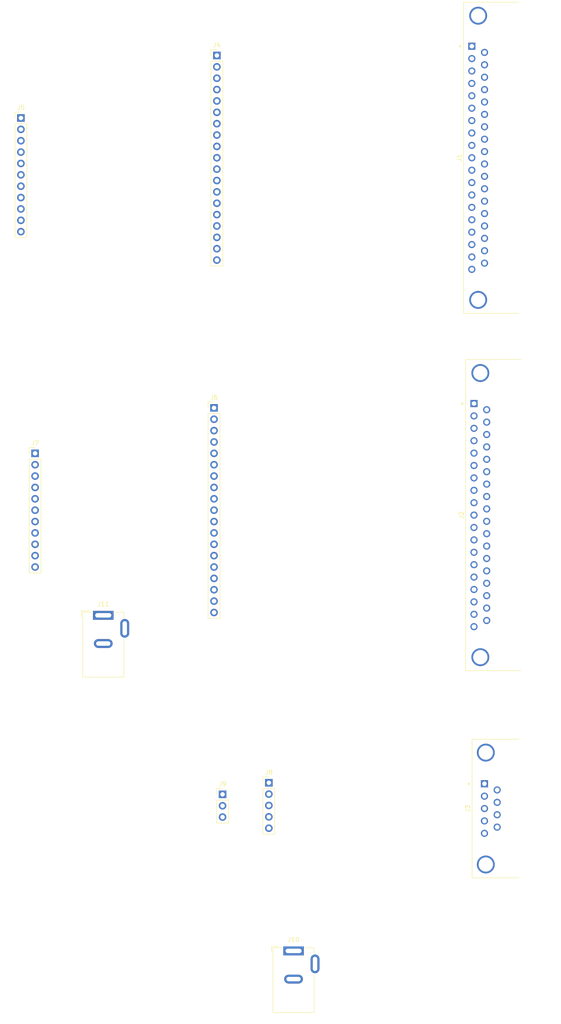
<source format=kicad_pcb>
(kicad_pcb (version 20221018) (generator pcbnew)
  (title_block (date "2023-07-05") (rev "v1.0.0"))
  (layers (0 "F.Cu" signal) (31 "B.Cu" signal) (34 "B.Paste" user) (35 "F.Paste" user) (36 "B.SilkS" user "B.Silkscreen") (37 "F.SilkS" user "F.Silkscreen") (38 "B.Mask" user) (39 "F.Mask" user) (44 "Edge.Cuts" user))
  (net 0 "")
  (net 2 "Net-(J4-Pin_1)")
  (net 3 "Net-(J4-Pin_2)")
  (net 4 "Net-(J4-Pin_3)")
  (net 5 "Net-(J4-Pin_4)")
  (net 6 "Net-(J4-Pin_5)")
  (net 7 "Net-(J4-Pin_6)")
  (net 8 "Net-(J4-Pin_7)")
  (net 9 "Net-(J4-Pin_8)")
  (net 10 "Net-(J4-Pin_9)")
  (net 11 "Net-(J4-Pin_10)")
  (net 12 "Net-(J4-Pin_11)")
  (net 13 "Net-(J4-Pin_12)")
  (net 14 "Net-(J4-Pin_13)")
  (net 15 "Net-(J4-Pin_14)")
  (net 16 "Net-(J4-Pin_15)")
  (net 17 "Net-(J4-Pin_16)")
  (net 18 "Net-(J4-Pin_17)")
  (net 19 "Net-(J4-Pin_18)")
  (net 20 "Net-(J4-Pin_19)")
  (net 21 "Net-(J5-Pin_1)")
  (net 22 "Net-(J5-Pin_2)")
  (net 23 "Net-(J5-Pin_3)")
  (net 24 "Net-(J5-Pin_4)")
  (net 25 "Net-(J5-Pin_5)")
  (net 26 "Net-(J5-Pin_6)")
  (net 27 "Net-(J5-Pin_7)")
  (net 28 "Net-(J5-Pin_8)")
  (net 29 "Net-(J5-Pin_9)")
  (net 30 "Net-(J5-Pin_10)")
  (net 31 "Net-(J5-Pin_11)")
  (net 40 "Net-(J6-Pin_1)")
  (net 41 "Net-(J6-Pin_2)")
  (net 42 "Net-(J6-Pin_3)")
  (net 43 "Net-(J6-Pin_4)")
  (net 44 "Net-(J6-Pin_5)")
  (net 45 "Net-(J6-Pin_6)")
  (net 46 "Net-(J6-Pin_7)")
  (net 47 "Net-(J6-Pin_8)")
  (net 48 "Net-(J6-Pin_9)")
  (net 49 "Net-(J6-Pin_10)")
  (net 50 "Net-(J6-Pin_11)")
  (net 51 "Net-(J6-Pin_12)")
  (net 52 "Net-(J6-Pin_13)")
  (net 53 "Net-(J6-Pin_14)")
  (net 54 "Net-(J6-Pin_15)")
  (net 55 "Net-(J6-Pin_16)")
  (net 56 "Net-(J6-Pin_17)")
  (net 57 "Net-(J6-Pin_18)")
  (net 58 "Net-(J6-Pin_19)")
  (net 59 "Net-(J7-Pin_1)")
  (net 60 "Net-(J7-Pin_2)")
  (net 61 "Net-(J7-Pin_3)")
  (net 62 "Net-(J7-Pin_4)")
  (net 63 "Net-(J7-Pin_5)")
  (net 64 "Net-(J7-Pin_6)")
  (net 65 "Net-(J7-Pin_7)")
  (net 66 "Net-(J7-Pin_8)")
  (net 67 "Net-(J7-Pin_9)")
  (net 68 "Net-(J7-Pin_10)")
  (net 69 "Net-(J7-Pin_11)")
  (net 78 "Net-(J8-Pin_1)")
  (net 79 "Net-(J8-Pin_2)")
  (net 80 "Net-(J8-Pin_3)")
  (net 81 "Net-(J8-Pin_4)")
  (net 82 "Net-(J8-Pin_5)")
  (net 83 "Net-(J9-Pin_2)")
  (footprint "Connector_Dsub:DSUB-9_Female_Horizontal_P2.77x2.84mm_EdgePinOffset4.94mm_Housed_MountingHolesOffset7.48mm" (layer "F.Cu") (at 214.129669 206.54 90)
    (fp_text reference "J3" (at -5.54 -3.7 90) (layer "F.SilkS"))
    (fp_text value "DE9_Receptacle_MountingHoles")
    (fp_line (start -21.025 -2.76) (end 9.945 -2.76) (stroke (width 0.12)) (layer "F.SilkS"))
    (fp_line (start -21.025 7.72) (end -21.025 -2.76) (stroke (width 0.12)) (layer "F.SilkS"))
    (fp_line (start -0.25 -3.654338) (end 0.25 -3.654338) (stroke (width 0.12)) (layer "F.SilkS"))
    (fp_line (start 0 -3.221325) (end -0.25 -3.654338) (stroke (width 0.12)) (layer "F.SilkS"))
    (fp_line (start 0.25 -3.654338) (end 0 -3.221325) (stroke (width 0.12)) (layer "F.SilkS"))
    (fp_line (start 9.945 -2.76) (end 9.945 7.72) (stroke (width 0.12)) (layer "F.SilkS"))
    (pad "0" thru_hole circle (at -18.04 0.3 90) (size 4 4) (drill 3.2) (layers "*.Cu" "*.Mask"))
    (pad "0" thru_hole circle (at 6.96 0.3 90) (size 4 4) (drill 3.2) (layers "*.Cu" "*.Mask"))
    (pad "1" thru_hole rect (at 0 0 90) (size 1.6 1.6) (drill 1) (layers "*.Cu" "*.Mask") (net 78 "Net-(J8-Pin_1)"))
    (pad "2" thru_hole circle (at -2.77 0 90) (size 1.6 1.6) (drill 1) (layers "*.Cu" "*.Mask") (net 79 "Net-(J8-Pin_2)"))
    (pad "3" thru_hole circle (at -5.54 0 90) (size 1.6 1.6) (drill 1) (layers "*.Cu" "*.Mask") (net 80 "Net-(J8-Pin_3)"))
    (pad "4" thru_hole circle (at -8.31 0 90) (size 1.6 1.6) (drill 1) (layers "*.Cu" "*.Mask") (net 81 "Net-(J8-Pin_4)"))
    (pad "5" thru_hole circle (at -11.08 0 90) (size 1.6 1.6) (drill 1) (layers "*.Cu" "*.Mask") (net 82 "Net-(J8-Pin_5)"))
    (pad "6" thru_hole circle (at -1.385 2.84 90) (size 1.6 1.6) (drill 1) (layers "*.Cu" "*.Mask") (net 82 "Net-(J8-Pin_5)"))
    (pad "7" thru_hole circle (at -4.155 2.84 90) (size 1.6 1.6) (drill 1) (layers "*.Cu" "*.Mask") (net 83 "Net-(J9-Pin_2)"))
    (pad "8" thru_hole circle (at -6.925 2.84 90) (size 1.6 1.6) (drill 1) (layers "*.Cu" "*.Mask") (net 83 "Net-(J9-Pin_2)"))
    (pad "9" thru_hole circle (at -9.695 2.84 90) (size 1.6 1.6) (drill 1) (layers "*.Cu" "*.Mask"))
  )
  (footprint "Connector_PinHeader_2.54mm:PinHeader_1x19_P2.54mm_Vertical" (layer "F.Cu") (at 154.305 43.815)
    (fp_text reference "J4" (at 0 -2.33) (layer "F.SilkS"))
    (fp_text value "Conn_01x19")
    (fp_line (start -1.33 -1.33) (end 0 -1.33) (stroke (width 0.12)) (layer "F.SilkS"))
    (fp_line (start -1.33 0) (end -1.33 -1.33) (stroke (width 0.12)) (layer "F.SilkS"))
    (fp_line (start -1.33 1.27) (end -1.33 47.05) (stroke (width 0.12)) (layer "F.SilkS"))
    (fp_line (start -1.33 1.27) (end 1.33 1.27) (stroke (width 0.12)) (layer "F.SilkS"))
    (fp_line (start -1.33 47.05) (end 1.33 47.05) (stroke (width 0.12)) (layer "F.SilkS"))
    (fp_line (start 1.33 1.27) (end 1.33 47.05) (stroke (width 0.12)) (layer "F.SilkS"))
    (pad "1" thru_hole rect (at 0 0) (size 1.7 1.7) (drill 1) (layers "*.Cu" "*.Mask") (net 2 "Net-(J4-Pin_1)"))
    (pad "2" thru_hole oval (at 0 2.54) (size 1.7 1.7) (drill 1) (layers "*.Cu" "*.Mask") (net 3 "Net-(J4-Pin_2)"))
    (pad "3" thru_hole oval (at 0 5.08) (size 1.7 1.7) (drill 1) (layers "*.Cu" "*.Mask") (net 4 "Net-(J4-Pin_3)"))
    (pad "4" thru_hole oval (at 0 7.62) (size 1.7 1.7) (drill 1) (layers "*.Cu" "*.Mask") (net 5 "Net-(J4-Pin_4)"))
    (pad "5" thru_hole oval (at 0 10.16) (size 1.7 1.7) (drill 1) (layers "*.Cu" "*.Mask") (net 6 "Net-(J4-Pin_5)"))
    (pad "6" thru_hole oval (at 0 12.7) (size 1.7 1.7) (drill 1) (layers "*.Cu" "*.Mask") (net 7 "Net-(J4-Pin_6)"))
    (pad "7" thru_hole oval (at 0 15.24) (size 1.7 1.7) (drill 1) (layers "*.Cu" "*.Mask") (net 8 "Net-(J4-Pin_7)"))
    (pad "8" thru_hole oval (at 0 17.78) (size 1.7 1.7) (drill 1) (layers "*.Cu" "*.Mask") (net 9 "Net-(J4-Pin_8)"))
    (pad "9" thru_hole oval (at 0 20.32) (size 1.7 1.7) (drill 1) (layers "*.Cu" "*.Mask") (net 10 "Net-(J4-Pin_9)"))
    (pad "10" thru_hole oval (at 0 22.86) (size 1.7 1.7) (drill 1) (layers "*.Cu" "*.Mask") (net 11 "Net-(J4-Pin_10)"))
    (pad "11" thru_hole oval (at 0 25.4) (size 1.7 1.7) (drill 1) (layers "*.Cu" "*.Mask") (net 12 "Net-(J4-Pin_11)"))
    (pad "12" thru_hole oval (at 0 27.94) (size 1.7 1.7) (drill 1) (layers "*.Cu" "*.Mask") (net 13 "Net-(J4-Pin_12)"))
    (pad "13" thru_hole oval (at 0 30.48) (size 1.7 1.7) (drill 1) (layers "*.Cu" "*.Mask") (net 14 "Net-(J4-Pin_13)"))
    (pad "14" thru_hole oval (at 0 33.02) (size 1.7 1.7) (drill 1) (layers "*.Cu" "*.Mask") (net 15 "Net-(J4-Pin_14)"))
    (pad "15" thru_hole oval (at 0 35.56) (size 1.7 1.7) (drill 1) (layers "*.Cu" "*.Mask") (net 16 "Net-(J4-Pin_15)"))
    (pad "16" thru_hole oval (at 0 38.1) (size 1.7 1.7) (drill 1) (layers "*.Cu" "*.Mask") (net 17 "Net-(J4-Pin_16)"))
    (pad "17" thru_hole oval (at 0 40.64) (size 1.7 1.7) (drill 1) (layers "*.Cu" "*.Mask") (net 18 "Net-(J4-Pin_17)"))
    (pad "18" thru_hole oval (at 0 43.18) (size 1.7 1.7) (drill 1) (layers "*.Cu" "*.Mask") (net 19 "Net-(J4-Pin_18)"))
    (pad "19" thru_hole oval (at 0 45.72) (size 1.7 1.7) (drill 1) (layers "*.Cu" "*.Mask") (net 20 "Net-(J4-Pin_19)"))
  )
  (footprint "Connector_PinHeader_2.54mm:PinHeader_1x11_P2.54mm_Vertical" (layer "F.Cu") (at 110.49 57.785)
    (fp_text reference "J5" (at 0 -2.33) (layer "F.SilkS"))
    (fp_text value "Conn_01x11")
    (fp_line (start -1.33 -1.33) (end 0 -1.33) (stroke (width 0.12)) (layer "F.SilkS"))
    (fp_line (start -1.33 0) (end -1.33 -1.33) (stroke (width 0.12)) (layer "F.SilkS"))
    (fp_line (start -1.33 1.27) (end -1.33 26.73) (stroke (width 0.12)) (layer "F.SilkS"))
    (fp_line (start -1.33 1.27) (end 1.33 1.27) (stroke (width 0.12)) (layer "F.SilkS"))
    (fp_line (start -1.33 26.73) (end 1.33 26.73) (stroke (width 0.12)) (layer "F.SilkS"))
    (fp_line (start 1.33 1.27) (end 1.33 26.73) (stroke (width 0.12)) (layer "F.SilkS"))
    (pad "1" thru_hole rect (at 0 0) (size 1.7 1.7) (drill 1) (layers "*.Cu" "*.Mask") (net 21 "Net-(J5-Pin_1)"))
    (pad "2" thru_hole oval (at 0 2.54) (size 1.7 1.7) (drill 1) (layers "*.Cu" "*.Mask") (net 22 "Net-(J5-Pin_2)"))
    (pad "3" thru_hole oval (at 0 5.08) (size 1.7 1.7) (drill 1) (layers "*.Cu" "*.Mask") (net 23 "Net-(J5-Pin_3)"))
    (pad "4" thru_hole oval (at 0 7.62) (size 1.7 1.7) (drill 1) (layers "*.Cu" "*.Mask") (net 24 "Net-(J5-Pin_4)"))
    (pad "5" thru_hole oval (at 0 10.16) (size 1.7 1.7) (drill 1) (layers "*.Cu" "*.Mask") (net 25 "Net-(J5-Pin_5)"))
    (pad "6" thru_hole oval (at 0 12.7) (size 1.7 1.7) (drill 1) (layers "*.Cu" "*.Mask") (net 26 "Net-(J5-Pin_6)"))
    (pad "7" thru_hole oval (at 0 15.24) (size 1.7 1.7) (drill 1) (layers "*.Cu" "*.Mask") (net 27 "Net-(J5-Pin_7)"))
    (pad "8" thru_hole oval (at 0 17.78) (size 1.7 1.7) (drill 1) (layers "*.Cu" "*.Mask") (net 28 "Net-(J5-Pin_8)"))
    (pad "9" thru_hole oval (at 0 20.32) (size 1.7 1.7) (drill 1) (layers "*.Cu" "*.Mask") (net 29 "Net-(J5-Pin_9)"))
    (pad "10" thru_hole oval (at 0 22.86) (size 1.7 1.7) (drill 1) (layers "*.Cu" "*.Mask") (net 30 "Net-(J5-Pin_10)"))
    (pad "11" thru_hole oval (at 0 25.4) (size 1.7 1.7) (drill 1) (layers "*.Cu" "*.Mask") (net 31 "Net-(J5-Pin_11)"))
  )
  (footprint "Connector_PinHeader_2.54mm:PinHeader_1x11_P2.54mm_Vertical" (layer "F.Cu") (at 113.665 132.715)
    (fp_text reference "J7" (at 0 -2.33) (layer "F.SilkS"))
    (fp_text value "Conn_01x11")
    (fp_line (start -1.33 -1.33) (end 0 -1.33) (stroke (width 0.12)) (layer "F.SilkS"))
    (fp_line (start -1.33 0) (end -1.33 -1.33) (stroke (width 0.12)) (layer "F.SilkS"))
    (fp_line (start -1.33 1.27) (end -1.33 26.73) (stroke (width 0.12)) (layer "F.SilkS"))
    (fp_line (start -1.33 1.27) (end 1.33 1.27) (stroke (width 0.12)) (layer "F.SilkS"))
    (fp_line (start -1.33 26.73) (end 1.33 26.73) (stroke (width 0.12)) (layer "F.SilkS"))
    (fp_line (start 1.33 1.27) (end 1.33 26.73) (stroke (width 0.12)) (layer "F.SilkS"))
    (pad "1" thru_hole rect (at 0 0) (size 1.7 1.7) (drill 1) (layers "*.Cu" "*.Mask") (net 59 "Net-(J7-Pin_1)"))
    (pad "2" thru_hole oval (at 0 2.54) (size 1.7 1.7) (drill 1) (layers "*.Cu" "*.Mask") (net 60 "Net-(J7-Pin_2)"))
    (pad "3" thru_hole oval (at 0 5.08) (size 1.7 1.7) (drill 1) (layers "*.Cu" "*.Mask") (net 61 "Net-(J7-Pin_3)"))
    (pad "4" thru_hole oval (at 0 7.62) (size 1.7 1.7) (drill 1) (layers "*.Cu" "*.Mask") (net 62 "Net-(J7-Pin_4)"))
    (pad "5" thru_hole oval (at 0 10.16) (size 1.7 1.7) (drill 1) (layers "*.Cu" "*.Mask") (net 63 "Net-(J7-Pin_5)"))
    (pad "6" thru_hole oval (at 0 12.7) (size 1.7 1.7) (drill 1) (layers "*.Cu" "*.Mask") (net 64 "Net-(J7-Pin_6)"))
    (pad "7" thru_hole oval (at 0 15.24) (size 1.7 1.7) (drill 1) (layers "*.Cu" "*.Mask") (net 65 "Net-(J7-Pin_7)"))
    (pad "8" thru_hole oval (at 0 17.78) (size 1.7 1.7) (drill 1) (layers "*.Cu" "*.Mask") (net 66 "Net-(J7-Pin_8)"))
    (pad "9" thru_hole oval (at 0 20.32) (size 1.7 1.7) (drill 1) (layers "*.Cu" "*.Mask") (net 67 "Net-(J7-Pin_9)"))
    (pad "10" thru_hole oval (at 0 22.86) (size 1.7 1.7) (drill 1) (layers "*.Cu" "*.Mask") (net 68 "Net-(J7-Pin_10)"))
    (pad "11" thru_hole oval (at 0 25.4) (size 1.7 1.7) (drill 1) (layers "*.Cu" "*.Mask") (net 69 "Net-(J7-Pin_11)"))
  )
  (footprint "Connector_BarrelJack:BarrelJack_GCT_DCJ200-10-A_Horizontal" (layer "F.Cu") (at 128.905 168.91)
    (fp_text reference "J11" (at 0 -2.5) (layer "F.SilkS"))
    (fp_text value "Barrel_Jack_Switch")
    (fp_line (start -4.9 -1) (end -4.9 0.3) (stroke (width 0.12)) (layer "F.SilkS"))
    (fp_line (start -4.6 -0.7) (end -2.6 -0.7) (stroke (width 0.12)) (layer "F.SilkS"))
    (fp_line (start -4.6 13.8) (end -4.6 -0.7) (stroke (width 0.12)) (layer "F.SilkS"))
    (fp_line (start -3.2 -1) (end -4.9 -1) (stroke (width 0.12)) (layer "F.SilkS"))
    (fp_line (start 2.6 -0.7) (end 4.6 -0.7) (stroke (width 0.12)) (layer "F.SilkS"))
    (fp_line (start 4.6 -0.7) (end 4.6 0.6) (stroke (width 0.12)) (layer "F.SilkS"))
    (fp_line (start 4.6 5.2) (end 4.6 13.8) (stroke (width 0.12)) (layer "F.SilkS"))
    (fp_line (start 4.6 13.8) (end -4.6 13.8) (stroke (width 0.12)) (layer "F.SilkS"))
    (pad "1" thru_hole rect (at 0 0) (size 4.6 2) (drill oval 3.6 1) (layers "*.Cu" "*.Mask") (net 57 "Net-(J6-Pin_18)"))
    (pad "2" thru_hole oval (at 0 6.3) (size 4.2 2) (drill oval 3.2 1) (layers "*.Cu" "*.Mask") (net 56 "Net-(J6-Pin_17)"))
    (pad "3" thru_hole oval (at 4.8 2.9) (size 2 4.2) (drill oval 1 3.2) (layers "*.Cu" "*.Mask"))
  )
  (footprint "Connector_PinHeader_2.54mm:PinHeader_1x03_P2.54mm_Vertical" (layer "F.Cu") (at 155.575 208.915)
    (fp_text reference "J9" (at 0 -2.33) (layer "F.SilkS"))
    (fp_text value "Conn_01x03")
    (fp_line (start -1.33 -1.33) (end 0 -1.33) (stroke (width 0.12)) (layer "F.SilkS"))
    (fp_line (start -1.33 0) (end -1.33 -1.33) (stroke (width 0.12)) (layer "F.SilkS"))
    (fp_line (start -1.33 1.27) (end -1.33 6.41) (stroke (width 0.12)) (layer "F.SilkS"))
    (fp_line (start -1.33 1.27) (end 1.33 1.27) (stroke (width 0.12)) (layer "F.SilkS"))
    (fp_line (start -1.33 6.41) (end 1.33 6.41) (stroke (width 0.12)) (layer "F.SilkS"))
    (fp_line (start 1.33 1.27) (end 1.33 6.41) (stroke (width 0.12)) (layer "F.SilkS"))
    (pad "1" thru_hole rect (at 0 0) (size 1.7 1.7) (drill 1) (layers "*.Cu" "*.Mask") (net 82 "Net-(J8-Pin_5)"))
    (pad "2" thru_hole oval (at 0 2.54) (size 1.7 1.7) (drill 1) (layers "*.Cu" "*.Mask") (net 83 "Net-(J9-Pin_2)"))
    (pad "3" thru_hole oval (at 0 5.08) (size 1.7 1.7) (drill 1) (layers "*.Cu" "*.Mask") (net 83 "Net-(J9-Pin_2)"))
  )
  (footprint "Connector_Dsub:DSUB-37_Female_Horizontal_P2.77x2.84mm_EdgePinOffset7.70mm_Housed_MountingHolesOffset9.12mm" (layer "F.Cu") (at 211.305 41.745 90)
    (fp_text reference "J1" (at -24.93 -2.8 90) (layer "F.SilkS"))
    (fp_text value "DC37_Receptacle_MountingHoles")
    (fp_line (start -59.69 -1.86) (end 9.83 -1.86) (stroke (width 0.12)) (layer "F.SilkS"))
    (fp_line (start -59.69 10.48) (end -59.69 -1.86) (stroke (width 0.12)) (layer "F.SilkS"))
    (fp_line (start -0.25 -2.754338) (end 0.25 -2.754338) (stroke (width 0.12)) (layer "F.SilkS"))
    (fp_line (start 0 -2.321325) (end -0.25 -2.754338) (stroke (width 0.12)) (layer "F.SilkS"))
    (fp_line (start 0.25 -2.754338) (end 0 -2.321325) (stroke (width 0.12)) (layer "F.SilkS"))
    (fp_line (start 9.83 -1.86) (end 9.83 10.48) (stroke (width 0.12)) (layer "F.SilkS"))
    (pad "0" thru_hole circle (at -56.68 1.42 90) (size 4 4) (drill 3.2) (layers "*.Cu" "*.Mask"))
    (pad "0" thru_hole circle (at 6.82 1.42 90) (size 4 4) (drill 3.2) (layers "*.Cu" "*.Mask"))
    (pad "1" thru_hole rect (at 0 0 90) (size 1.6 1.6) (drill 1) (layers "*.Cu" "*.Mask") (net 2 "Net-(J4-Pin_1)"))
    (pad "2" thru_hole circle (at -2.77 0 90) (size 1.6 1.6) (drill 1) (layers "*.Cu" "*.Mask") (net 3 "Net-(J4-Pin_2)"))
    (pad "3" thru_hole circle (at -5.54 0 90) (size 1.6 1.6) (drill 1) (layers "*.Cu" "*.Mask") (net 4 "Net-(J4-Pin_3)"))
    (pad "4" thru_hole circle (at -8.31 0 90) (size 1.6 1.6) (drill 1) (layers "*.Cu" "*.Mask") (net 5 "Net-(J4-Pin_4)"))
    (pad "5" thru_hole circle (at -11.08 0 90) (size 1.6 1.6) (drill 1) (layers "*.Cu" "*.Mask") (net 6 "Net-(J4-Pin_5)"))
    (pad "6" thru_hole circle (at -13.85 0 90) (size 1.6 1.6) (drill 1) (layers "*.Cu" "*.Mask") (net 7 "Net-(J4-Pin_6)"))
    (pad "7" thru_hole circle (at -16.62 0 90) (size 1.6 1.6) (drill 1) (layers "*.Cu" "*.Mask") (net 8 "Net-(J4-Pin_7)"))
    (pad "8" thru_hole circle (at -19.39 0 90) (size 1.6 1.6) (drill 1) (layers "*.Cu" "*.Mask") (net 9 "Net-(J4-Pin_8)"))
    (pad "9" thru_hole circle (at -22.16 0 90) (size 1.6 1.6) (drill 1) (layers "*.Cu" "*.Mask") (net 10 "Net-(J4-Pin_9)"))
    (pad "10" thru_hole circle (at -24.93 0 90) (size 1.6 1.6) (drill 1) (layers "*.Cu" "*.Mask") (net 11 "Net-(J4-Pin_10)"))
    (pad "11" thru_hole circle (at -27.7 0 90) (size 1.6 1.6) (drill 1) (layers "*.Cu" "*.Mask") (net 12 "Net-(J4-Pin_11)"))
    (pad "12" thru_hole circle (at -30.47 0 90) (size 1.6 1.6) (drill 1) (layers "*.Cu" "*.Mask") (net 13 "Net-(J4-Pin_12)"))
    (pad "13" thru_hole circle (at -33.24 0 90) (size 1.6 1.6) (drill 1) (layers "*.Cu" "*.Mask") (net 14 "Net-(J4-Pin_13)"))
    (pad "14" thru_hole circle (at -36.01 0 90) (size 1.6 1.6) (drill 1) (layers "*.Cu" "*.Mask") (net 15 "Net-(J4-Pin_14)"))
    (pad "15" thru_hole circle (at -38.78 0 90) (size 1.6 1.6) (drill 1) (layers "*.Cu" "*.Mask") (net 16 "Net-(J4-Pin_15)"))
    (pad "16" thru_hole circle (at -41.55 0 90) (size 1.6 1.6) (drill 1) (layers "*.Cu" "*.Mask") (net 17 "Net-(J4-Pin_16)"))
    (pad "17" thru_hole circle (at -44.32 0 90) (size 1.6 1.6) (drill 1) (layers "*.Cu" "*.Mask") (net 18 "Net-(J4-Pin_17)"))
    (pad "18" thru_hole circle (at -47.09 0 90) (size 1.6 1.6) (drill 1) (layers "*.Cu" "*.Mask") (net 19 "Net-(J4-Pin_18)"))
    (pad "19" thru_hole circle (at -49.86 0 90) (size 1.6 1.6) (drill 1) (layers "*.Cu" "*.Mask") (net 20 "Net-(J4-Pin_19)"))
    (pad "20" thru_hole circle (at -1.385 2.84 90) (size 1.6 1.6) (drill 1) (layers "*.Cu" "*.Mask") (net 21 "Net-(J5-Pin_1)"))
    (pad "21" thru_hole circle (at -4.155 2.84 90) (size 1.6 1.6) (drill 1) (layers "*.Cu" "*.Mask") (net 22 "Net-(J5-Pin_2)"))
    (pad "22" thru_hole circle (at -6.925 2.84 90) (size 1.6 1.6) (drill 1) (layers "*.Cu" "*.Mask") (net 23 "Net-(J5-Pin_3)"))
    (pad "23" thru_hole circle (at -9.695 2.84 90) (size 1.6 1.6) (drill 1) (layers "*.Cu" "*.Mask") (net 24 "Net-(J5-Pin_4)"))
    (pad "24" thru_hole circle (at -12.465 2.84 90) (size 1.6 1.6) (drill 1) (layers "*.Cu" "*.Mask") (net 25 "Net-(J5-Pin_5)"))
    (pad "25" thru_hole circle (at -15.235 2.84 90) (size 1.6 1.6) (drill 1) (layers "*.Cu" "*.Mask") (net 26 "Net-(J5-Pin_6)"))
    (pad "26" thru_hole circle (at -18.005 2.84 90) (size 1.6 1.6) (drill 1) (layers "*.Cu" "*.Mask") (net 27 "Net-(J5-Pin_7)"))
    (pad "27" thru_hole circle (at -20.775 2.84 90) (size 1.6 1.6) (drill 1) (layers "*.Cu" "*.Mask") (net 28 "Net-(J5-Pin_8)"))
    (pad "28" thru_hole circle (at -23.545 2.84 90) (size 1.6 1.6) (drill 1) (layers "*.Cu" "*.Mask") (net 29 "Net-(J5-Pin_9)"))
    (pad "29" thru_hole circle (at -26.315 2.84 90) (size 1.6 1.6) (drill 1) (layers "*.Cu" "*.Mask") (net 30 "Net-(J5-Pin_10)"))
    (pad "30" thru_hole circle (at -29.085 2.84 90) (size 1.6 1.6) (drill 1) (layers "*.Cu" "*.Mask") (net 31 "Net-(J5-Pin_11)"))
    (pad "31" thru_hole circle (at -31.855 2.84 90) (size 1.6 1.6) (drill 1) (layers "*.Cu" "*.Mask"))
    (pad "32" thru_hole circle (at -34.625 2.84 90) (size 1.6 1.6) (drill 1) (layers "*.Cu" "*.Mask"))
    (pad "33" thru_hole circle (at -37.395 2.84 90) (size 1.6 1.6) (drill 1) (layers "*.Cu" "*.Mask"))
    (pad "34" thru_hole circle (at -40.165 2.84 90) (size 1.6 1.6) (drill 1) (layers "*.Cu" "*.Mask"))
    (pad "35" thru_hole circle (at -42.935 2.84 90) (size 1.6 1.6) (drill 1) (layers "*.Cu" "*.Mask"))
    (pad "36" thru_hole circle (at -45.705 2.84 90) (size 1.6 1.6) (drill 1) (layers "*.Cu" "*.Mask"))
    (pad "37" thru_hole circle (at -48.475 2.84 90) (size 1.6 1.6) (drill 1) (layers "*.Cu" "*.Mask"))
  )
  (footprint "Connector_BarrelJack:BarrelJack_GCT_DCJ200-10-A_Horizontal" (layer "F.Cu") (at 171.45 243.89)
    (fp_text reference "J10" (at 0 -2.5) (layer "F.SilkS"))
    (fp_text value "Barrel_Jack_Switch")
    (fp_line (start -4.9 -1) (end -4.9 0.3) (stroke (width 0.12)) (layer "F.SilkS"))
    (fp_line (start -4.6 -0.7) (end -2.6 -0.7) (stroke (width 0.12)) (layer "F.SilkS"))
    (fp_line (start -4.6 13.8) (end -4.6 -0.7) (stroke (width 0.12)) (layer "F.SilkS"))
    (fp_line (start -3.2 -1) (end -4.9 -1) (stroke (width 0.12)) (layer "F.SilkS"))
    (fp_line (start 2.6 -0.7) (end 4.6 -0.7) (stroke (width 0.12)) (layer "F.SilkS"))
    (fp_line (start 4.6 -0.7) (end 4.6 0.6) (stroke (width 0.12)) (layer "F.SilkS"))
    (fp_line (start 4.6 5.2) (end 4.6 13.8) (stroke (width 0.12)) (layer "F.SilkS"))
    (fp_line (start 4.6 13.8) (end -4.6 13.8) (stroke (width 0.12)) (layer "F.SilkS"))
    (pad "1" thru_hole rect (at 0 0) (size 4.6 2) (drill oval 3.6 1) (layers "*.Cu" "*.Mask") (net 83 "Net-(J9-Pin_2)"))
    (pad "2" thru_hole oval (at 0 6.3) (size 4.2 2) (drill oval 3.2 1) (layers "*.Cu" "*.Mask") (net 82 "Net-(J8-Pin_5)"))
    (pad "3" thru_hole oval (at 4.8 2.9) (size 2 4.2) (drill oval 1 3.2) (layers "*.Cu" "*.Mask"))
  )
  (footprint "Connector_PinHeader_2.54mm:PinHeader_1x05_P2.54mm_Vertical" (layer "F.Cu") (at 165.925 206.315)
    (fp_text reference "J8" (at 0 -2.33) (layer "F.SilkS"))
    (fp_text value "Conn_01x05")
    (fp_line (start -1.33 -1.33) (end 0 -1.33) (stroke (width 0.12)) (layer "F.SilkS"))
    (fp_line (start -1.33 0) (end -1.33 -1.33) (stroke (width 0.12)) (layer "F.SilkS"))
    (fp_line (start -1.33 1.27) (end -1.33 11.49) (stroke (width 0.12)) (layer "F.SilkS"))
    (fp_line (start -1.33 1.27) (end 1.33 1.27) (stroke (width 0.12)) (layer "F.SilkS"))
    (fp_line (start -1.33 11.49) (end 1.33 11.49) (stroke (width 0.12)) (layer "F.SilkS"))
    (fp_line (start 1.33 1.27) (end 1.33 11.49) (stroke (width 0.12)) (layer "F.SilkS"))
    (pad "1" thru_hole rect (at 0 0) (size 1.7 1.7) (drill 1) (layers "*.Cu" "*.Mask") (net 78 "Net-(J8-Pin_1)"))
    (pad "2" thru_hole oval (at 0 2.54) (size 1.7 1.7) (drill 1) (layers "*.Cu" "*.Mask") (net 79 "Net-(J8-Pin_2)"))
    (pad "3" thru_hole oval (at 0 5.08) (size 1.7 1.7) (drill 1) (layers "*.Cu" "*.Mask") (net 80 "Net-(J8-Pin_3)"))
    (pad "4" thru_hole oval (at 0 7.62) (size 1.7 1.7) (drill 1) (layers "*.Cu" "*.Mask") (net 81 "Net-(J8-Pin_4)"))
    (pad "5" thru_hole oval (at 0 10.16) (size 1.7 1.7) (drill 1) (layers "*.Cu" "*.Mask") (net 82 "Net-(J8-Pin_5)"))
  )
  (footprint "Connector_PinHeader_2.54mm:PinHeader_1x19_P2.54mm_Vertical" (layer "F.Cu") (at 153.67 122.555)
    (fp_text reference "J6" (at 0 -2.33) (layer "F.SilkS"))
    (fp_text value "Conn_01x19")
    (fp_line (start -1.33 -1.33) (end 0 -1.33) (stroke (width 0.12)) (layer "F.SilkS"))
    (fp_line (start -1.33 0) (end -1.33 -1.33) (stroke (width 0.12)) (layer "F.SilkS"))
    (fp_line (start -1.33 1.27) (end -1.33 47.05) (stroke (width 0.12)) (layer "F.SilkS"))
    (fp_line (start -1.33 1.27) (end 1.33 1.27) (stroke (width 0.12)) (layer "F.SilkS"))
    (fp_line (start -1.33 47.05) (end 1.33 47.05) (stroke (width 0.12)) (layer "F.SilkS"))
    (fp_line (start 1.33 1.27) (end 1.33 47.05) (stroke (width 0.12)) (layer "F.SilkS"))
    (pad "1" thru_hole rect (at 0 0) (size 1.7 1.7) (drill 1) (layers "*.Cu" "*.Mask") (net 40 "Net-(J6-Pin_1)"))
    (pad "2" thru_hole oval (at 0 2.54) (size 1.7 1.7) (drill 1) (layers "*.Cu" "*.Mask") (net 41 "Net-(J6-Pin_2)"))
    (pad "3" thru_hole oval (at 0 5.08) (size 1.7 1.7) (drill 1) (layers "*.Cu" "*.Mask") (net 42 "Net-(J6-Pin_3)"))
    (pad "4" thru_hole oval (at 0 7.62) (size 1.7 1.7) (drill 1) (layers "*.Cu" "*.Mask") (net 43 "Net-(J6-Pin_4)"))
    (pad "5" thru_hole oval (at 0 10.16) (size 1.7 1.7) (drill 1) (layers "*.Cu" "*.Mask") (net 44 "Net-(J6-Pin_5)"))
    (pad "6" thru_hole oval (at 0 12.7) (size 1.7 1.7) (drill 1) (layers "*.Cu" "*.Mask") (net 45 "Net-(J6-Pin_6)"))
    (pad "7" thru_hole oval (at 0 15.24) (size 1.7 1.7) (drill 1) (layers "*.Cu" "*.Mask") (net 46 "Net-(J6-Pin_7)"))
    (pad "8" thru_hole oval (at 0 17.78) (size 1.7 1.7) (drill 1) (layers "*.Cu" "*.Mask") (net 47 "Net-(J6-Pin_8)"))
    (pad "9" thru_hole oval (at 0 20.32) (size 1.7 1.7) (drill 1) (layers "*.Cu" "*.Mask") (net 48 "Net-(J6-Pin_9)"))
    (pad "10" thru_hole oval (at 0 22.86) (size 1.7 1.7) (drill 1) (layers "*.Cu" "*.Mask") (net 49 "Net-(J6-Pin_10)"))
    (pad "11" thru_hole oval (at 0 25.4) (size 1.7 1.7) (drill 1) (layers "*.Cu" "*.Mask") (net 50 "Net-(J6-Pin_11)"))
    (pad "12" thru_hole oval (at 0 27.94) (size 1.7 1.7) (drill 1) (layers "*.Cu" "*.Mask") (net 51 "Net-(J6-Pin_12)"))
    (pad "13" thru_hole oval (at 0 30.48) (size 1.7 1.7) (drill 1) (layers "*.Cu" "*.Mask") (net 52 "Net-(J6-Pin_13)"))
    (pad "14" thru_hole oval (at 0 33.02) (size 1.7 1.7) (drill 1) (layers "*.Cu" "*.Mask") (net 53 "Net-(J6-Pin_14)"))
    (pad "15" thru_hole oval (at 0 35.56) (size 1.7 1.7) (drill 1) (layers "*.Cu" "*.Mask") (net 54 "Net-(J6-Pin_15)"))
    (pad "16" thru_hole oval (at 0 38.1) (size 1.7 1.7) (drill 1) (layers "*.Cu" "*.Mask") (net 55 "Net-(J6-Pin_16)"))
    (pad "17" thru_hole oval (at 0 40.64) (size 1.7 1.7) (drill 1) (layers "*.Cu" "*.Mask") (net 56 "Net-(J6-Pin_17)"))
    (pad "18" thru_hole oval (at 0 43.18) (size 1.7 1.7) (drill 1) (layers "*.Cu" "*.Mask") (net 57 "Net-(J6-Pin_18)"))
    (pad "19" thru_hole oval (at 0 45.72) (size 1.7 1.7) (drill 1) (layers "*.Cu" "*.Mask") (net 58 "Net-(J6-Pin_19)"))
  )
  (footprint "Connector_Dsub:DSUB-37_Female_Horizontal_P2.77x2.84mm_EdgePinOffset7.70mm_Housed_MountingHolesOffset9.12mm" (layer "F.Cu") (at 211.79 121.585 90)
    (fp_text reference "J2" (at -24.93 -2.8 90) (layer "F.SilkS"))
    (fp_text value "DC37_Receptacle_MountingHoles")
    (fp_line (start -59.69 -1.86) (end 9.83 -1.86) (stroke (width 0.12)) (layer "F.SilkS"))
    (fp_line (start -59.69 10.48) (end -59.69 -1.86) (stroke (width 0.12)) (layer "F.SilkS"))
    (fp_line (start -0.25 -2.754338) (end 0.25 -2.754338) (stroke (width 0.12)) (layer "F.SilkS"))
    (fp_line (start 0 -2.321325) (end -0.25 -2.754338) (stroke (width 0.12)) (layer "F.SilkS"))
    (fp_line (start 0.25 -2.754338) (end 0 -2.321325) (stroke (width 0.12)) (layer "F.SilkS"))
    (fp_line (start 9.83 -1.86) (end 9.83 10.48) (stroke (width 0.12)) (layer "F.SilkS"))
    (pad "0" thru_hole circle (at -56.68 1.42 90) (size 4 4) (drill 3.2) (layers "*.Cu" "*.Mask"))
    (pad "0" thru_hole circle (at 6.82 1.42 90) (size 4 4) (drill 3.2) (layers "*.Cu" "*.Mask"))
    (pad "1" thru_hole rect (at 0 0 90) (size 1.6 1.6) (drill 1) (layers "*.Cu" "*.Mask") (net 40 "Net-(J6-Pin_1)"))
    (pad "2" thru_hole circle (at -2.77 0 90) (size 1.6 1.6) (drill 1) (layers "*.Cu" "*.Mask") (net 41 "Net-(J6-Pin_2)"))
    (pad "3" thru_hole circle (at -5.54 0 90) (size 1.6 1.6) (drill 1) (layers "*.Cu" "*.Mask") (net 42 "Net-(J6-Pin_3)"))
    (pad "4" thru_hole circle (at -8.31 0 90) (size 1.6 1.6) (drill 1) (layers "*.Cu" "*.Mask") (net 43 "Net-(J6-Pin_4)"))
    (pad "5" thru_hole circle (at -11.08 0 90) (size 1.6 1.6) (drill 1) (layers "*.Cu" "*.Mask") (net 44 "Net-(J6-Pin_5)"))
    (pad "6" thru_hole circle (at -13.85 0 90) (size 1.6 1.6) (drill 1) (layers "*.Cu" "*.Mask") (net 45 "Net-(J6-Pin_6)"))
    (pad "7" thru_hole circle (at -16.62 0 90) (size 1.6 1.6) (drill 1) (layers "*.Cu" "*.Mask") (net 46 "Net-(J6-Pin_7)"))
    (pad "8" thru_hole circle (at -19.39 0 90) (size 1.6 1.6) (drill 1) (layers "*.Cu" "*.Mask") (net 47 "Net-(J6-Pin_8)"))
    (pad "9" thru_hole circle (at -22.16 0 90) (size 1.6 1.6) (drill 1) (layers "*.Cu" "*.Mask") (net 48 "Net-(J6-Pin_9)"))
    (pad "10" thru_hole circle (at -24.93 0 90) (size 1.6 1.6) (drill 1) (layers "*.Cu" "*.Mask") (net 49 "Net-(J6-Pin_10)"))
    (pad "11" thru_hole circle (at -27.7 0 90) (size 1.6 1.6) (drill 1) (layers "*.Cu" "*.Mask") (net 50 "Net-(J6-Pin_11)"))
    (pad "12" thru_hole circle (at -30.47 0 90) (size 1.6 1.6) (drill 1) (layers "*.Cu" "*.Mask") (net 51 "Net-(J6-Pin_12)"))
    (pad "13" thru_hole circle (at -33.24 0 90) (size 1.6 1.6) (drill 1) (layers "*.Cu" "*.Mask") (net 52 "Net-(J6-Pin_13)"))
    (pad "14" thru_hole circle (at -36.01 0 90) (size 1.6 1.6) (drill 1) (layers "*.Cu" "*.Mask") (net 53 "Net-(J6-Pin_14)"))
    (pad "15" thru_hole circle (at -38.78 0 90) (size 1.6 1.6) (drill 1) (layers "*.Cu" "*.Mask") (net 54 "Net-(J6-Pin_15)"))
    (pad "16" thru_hole circle (at -41.55 0 90) (size 1.6 1.6) (drill 1) (layers "*.Cu" "*.Mask") (net 55 "Net-(J6-Pin_16)"))
    (pad "17" thru_hole circle (at -44.32 0 90) (size 1.6 1.6) (drill 1) (layers "*.Cu" "*.Mask") (net 56 "Net-(J6-Pin_17)"))
    (pad "18" thru_hole circle (at -47.09 0 90) (size 1.6 1.6) (drill 1) (layers "*.Cu" "*.Mask") (net 57 "Net-(J6-Pin_18)"))
    (pad "19" thru_hole circle (at -49.86 0 90) (size 1.6 1.6) (drill 1) (layers "*.Cu" "*.Mask") (net 58 "Net-(J6-Pin_19)"))
    (pad "20" thru_hole circle (at -1.385 2.84 90) (size 1.6 1.6) (drill 1) (layers "*.Cu" "*.Mask") (net 59 "Net-(J7-Pin_1)"))
    (pad "21" thru_hole circle (at -4.155 2.84 90) (size 1.6 1.6) (drill 1) (layers "*.Cu" "*.Mask") (net 60 "Net-(J7-Pin_2)"))
    (pad "22" thru_hole circle (at -6.925 2.84 90) (size 1.6 1.6) (drill 1) (layers "*.Cu" "*.Mask") (net 61 "Net-(J7-Pin_3)"))
    (pad "23" thru_hole circle (at -9.695 2.84 90) (size 1.6 1.6) (drill 1) (layers "*.Cu" "*.Mask") (net 62 "Net-(J7-Pin_4)"))
    (pad "24" thru_hole circle (at -12.465 2.84 90) (size 1.6 1.6) (drill 1) (layers "*.Cu" "*.Mask") (net 63 "Net-(J7-Pin_5)"))
    (pad "25" thru_hole circle (at -15.235 2.84 90) (size 1.6 1.6) (drill 1) (layers "*.Cu" "*.Mask") (net 64 "Net-(J7-Pin_6)"))
    (pad "26" thru_hole circle (at -18.005 2.84 90) (size 1.6 1.6) (drill 1) (layers "*.Cu" "*.Mask") (net 65 "Net-(J7-Pin_7)"))
    (pad "27" thru_hole circle (at -20.775 2.84 90) (size 1.6 1.6) (drill 1) (layers "*.Cu" "*.Mask") (net 66 "Net-(J7-Pin_8)"))
    (pad "28" thru_hole circle (at -23.545 2.84 90) (size 1.6 1.6) (drill 1) (layers "*.Cu" "*.Mask") (net 67 "Net-(J7-Pin_9)"))
    (pad "29" thru_hole circle (at -26.315 2.84 90) (size 1.6 1.6) (drill 1) (layers "*.Cu" "*.Mask") (net 68 "Net-(J7-Pin_10)"))
    (pad "30" thru_hole circle (at -29.085 2.84 90) (size 1.6 1.6) (drill 1) (layers "*.Cu" "*.Mask") (net 69 "Net-(J7-Pin_11)"))
    (pad "31" thru_hole circle (at -31.855 2.84 90) (size 1.6 1.6) (drill 1) (layers "*.Cu" "*.Mask"))
    (pad "32" thru_hole circle (at -34.625 2.84 90) (size 1.6 1.6) (drill 1) (layers "*.Cu" "*.Mask"))
    (pad "33" thru_hole circle (at -37.395 2.84 90) (size 1.6 1.6) (drill 1) (layers "*.Cu" "*.Mask"))
    (pad "34" thru_hole circle (at -40.165 2.84 90) (size 1.6 1.6) (drill 1) (layers "*.Cu" "*.Mask"))
    (pad "35" thru_hole circle (at -42.935 2.84 90) (size 1.6 1.6) (drill 1) (layers "*.Cu" "*.Mask"))
    (pad "36" thru_hole circle (at -45.705 2.84 90) (size 1.6 1.6) (drill 1) (layers "*.Cu" "*.Mask"))
    (pad "37" thru_hole circle (at -48.475 2.84 90) (size 1.6 1.6) (drill 1) (layers "*.Cu" "*.Mask"))
  )
)
</source>
